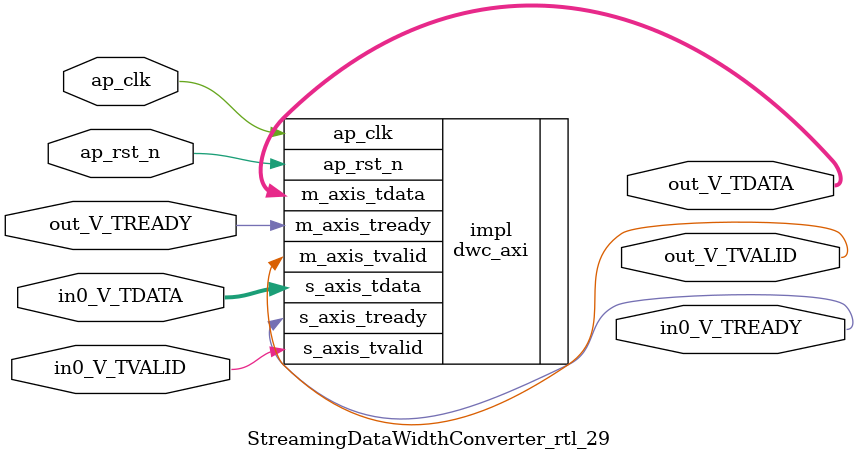
<source format=v>
/******************************************************************************
 * Copyright (C) 2023, Advanced Micro Devices, Inc.
 * All rights reserved.
 *
 * Redistribution and use in source and binary forms, with or without
 * modification, are permitted provided that the following conditions are met:
 *
 *  1. Redistributions of source code must retain the above copyright notice,
 *     this list of conditions and the following disclaimer.
 *
 *  2. Redistributions in binary form must reproduce the above copyright
 *     notice, this list of conditions and the following disclaimer in the
 *     documentation and/or other materials provided with the distribution.
 *
 *  3. Neither the name of the copyright holder nor the names of its
 *     contributors may be used to endorse or promote products derived from
 *     this software without specific prior written permission.
 *
 * THIS SOFTWARE IS PROVIDED BY THE COPYRIGHT HOLDERS AND CONTRIBUTORS "AS IS"
 * AND ANY EXPRESS OR IMPLIED WARRANTIES, INCLUDING, BUT NOT LIMITED TO,
 * THE IMPLIED WARRANTIES OF MERCHANTABILITY AND FITNESS FOR A PARTICULAR
 * PURPOSE ARE DISCLAIMED. IN NO EVENT SHALL THE COPYRIGHT HOLDER OR
 * CONTRIBUTORS BE LIABLE FOR ANY DIRECT, INDIRECT, INCIDENTAL, SPECIAL,
 * EXEMPLARY, OR CONSEQUENTIAL DAMAGES (INCLUDING, BUT NOT LIMITED TO,
 * PROCUREMENT OF SUBSTITUTE GOODS OR SERVICES; LOSS OF USE, DATA, OR PROFITS;
 * OR BUSINESS INTERRUPTION). HOWEVER CAUSED AND ON ANY THEORY OF LIABILITY,
 * WHETHER IN CONTRACT, STRICT LIABILITY, OR TORT (INCLUDING NEGLIGENCE OR
 * OTHERWISE) ARISING IN ANY WAY OUT OF THE USE OF THIS SOFTWARE, EVEN IF
 * ADVISED OF THE POSSIBILITY OF SUCH DAMAGE.
 *****************************************************************************/

module StreamingDataWidthConverter_rtl_29 #(
	parameter  IBITS = 320,
	parameter  OBITS = 5,

	parameter  AXI_IBITS = (IBITS+7)/8 * 8,
	parameter  AXI_OBITS = (OBITS+7)/8 * 8
)(
	//- Global Control ------------------
	(* X_INTERFACE_INFO = "xilinx.com:signal:clock:1.0 ap_clk CLK" *)
	(* X_INTERFACE_PARAMETER = "ASSOCIATED_BUSIF in0_V:out_V, ASSOCIATED_RESET ap_rst_n" *)
	input	ap_clk,
	(* X_INTERFACE_PARAMETER = "POLARITY ACTIVE_LOW" *)
	input	ap_rst_n,

	//- AXI Stream - Input --------------
	output	in0_V_TREADY,
	input	in0_V_TVALID,
	input	[AXI_IBITS-1:0]  in0_V_TDATA,

	//- AXI Stream - Output -------------
	input	out_V_TREADY,
	output	out_V_TVALID,
	output	[AXI_OBITS-1:0]  out_V_TDATA
);

	dwc_axi #(
		.IBITS(IBITS),
		.OBITS(OBITS)
	) impl (
		.ap_clk(ap_clk),
		.ap_rst_n(ap_rst_n),
		.s_axis_tready(in0_V_TREADY),
		.s_axis_tvalid(in0_V_TVALID),
		.s_axis_tdata(in0_V_TDATA),
		.m_axis_tready(out_V_TREADY),
		.m_axis_tvalid(out_V_TVALID),
		.m_axis_tdata(out_V_TDATA)
	);

endmodule

</source>
